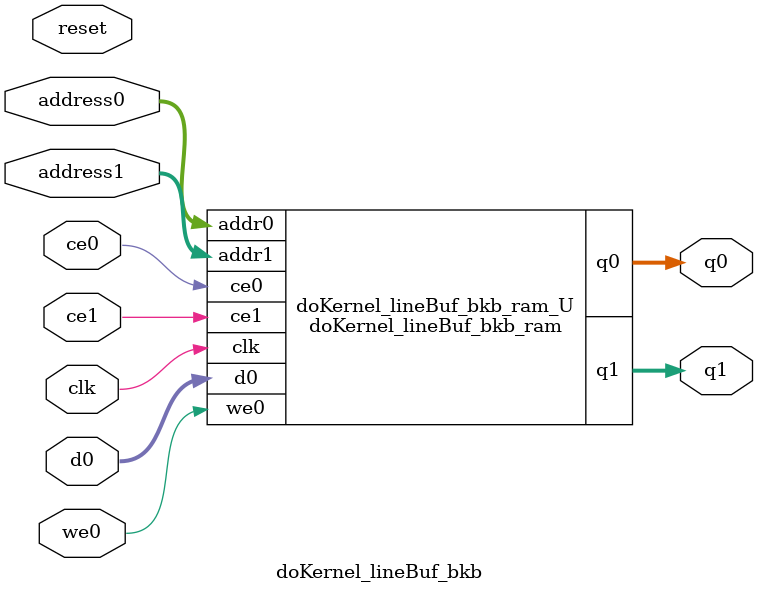
<source format=v>
`timescale 1 ns / 1 ps
module doKernel_lineBuf_bkb_ram (addr0, ce0, d0, we0, q0, addr1, ce1, q1,  clk);

parameter DWIDTH = 8;
parameter AWIDTH = 10;
parameter MEM_SIZE = 1024;

input[AWIDTH-1:0] addr0;
input ce0;
input[DWIDTH-1:0] d0;
input we0;
output reg[DWIDTH-1:0] q0;
input[AWIDTH-1:0] addr1;
input ce1;
output reg[DWIDTH-1:0] q1;
input clk;

(* ram_style = "block" *)reg [DWIDTH-1:0] ram[0:MEM_SIZE-1];




always @(posedge clk)  
begin 
    if (ce0) 
    begin
        if (we0) 
        begin 
            ram[addr0] <= d0; 
        end 
        q0 <= ram[addr0];
    end
end


always @(posedge clk)  
begin 
    if (ce1) 
    begin
        q1 <= ram[addr1];
    end
end


endmodule

`timescale 1 ns / 1 ps
module doKernel_lineBuf_bkb(
    reset,
    clk,
    address0,
    ce0,
    we0,
    d0,
    q0,
    address1,
    ce1,
    q1);

parameter DataWidth = 32'd8;
parameter AddressRange = 32'd1024;
parameter AddressWidth = 32'd10;
input reset;
input clk;
input[AddressWidth - 1:0] address0;
input ce0;
input we0;
input[DataWidth - 1:0] d0;
output[DataWidth - 1:0] q0;
input[AddressWidth - 1:0] address1;
input ce1;
output[DataWidth - 1:0] q1;



doKernel_lineBuf_bkb_ram doKernel_lineBuf_bkb_ram_U(
    .clk( clk ),
    .addr0( address0 ),
    .ce0( ce0 ),
    .we0( we0 ),
    .d0( d0 ),
    .q0( q0 ),
    .addr1( address1 ),
    .ce1( ce1 ),
    .q1( q1 ));

endmodule


</source>
